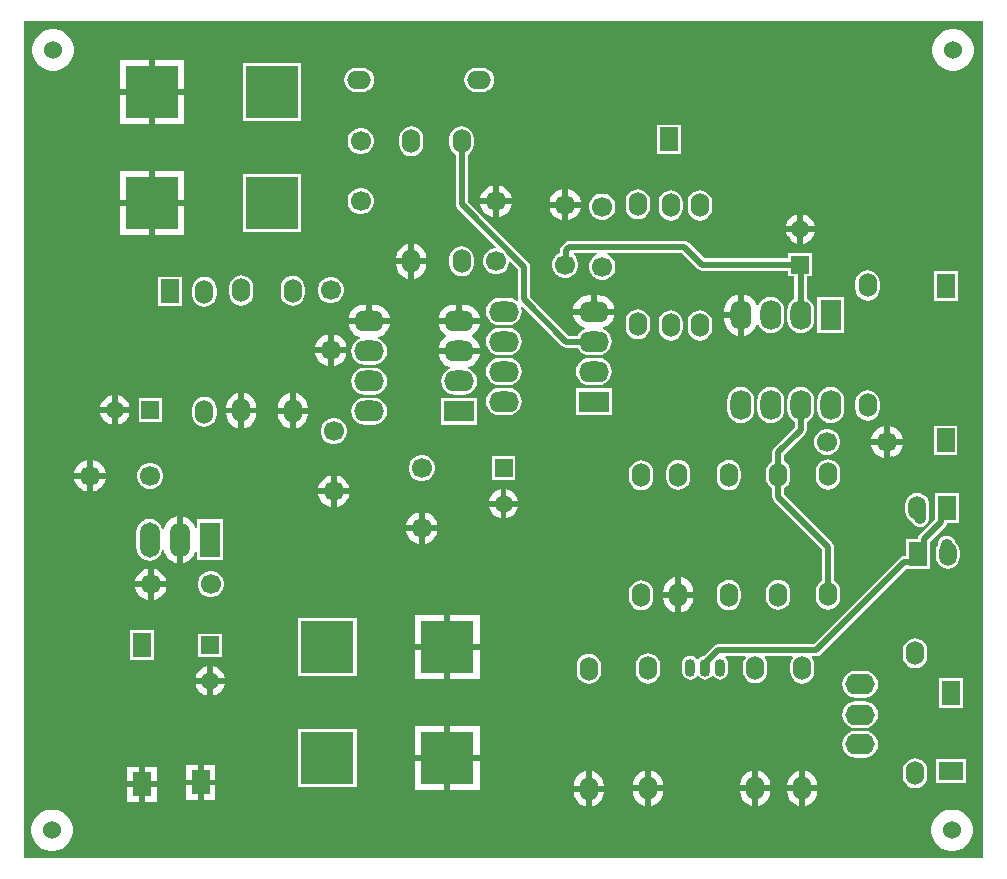
<source format=gbl>
G04*
G04 #@! TF.GenerationSoftware,Altium Limited,Altium Designer,22.3.1 (43)*
G04*
G04 Layer_Physical_Order=2*
G04 Layer_Color=16711680*
%FSLAX25Y25*%
%MOIN*%
G70*
G04*
G04 #@! TF.SameCoordinates,DB5E6BC5-2FB0-485C-ACA0-6941E67FB07D*
G04*
G04*
G04 #@! TF.FilePolarity,Positive*
G04*
G01*
G75*
%ADD36C,0.03937*%
%ADD37C,0.01980*%
%ADD38C,0.01968*%
%ADD39O,0.06000X0.08000*%
%ADD40R,0.05906X0.07874*%
%ADD41O,0.05906X0.07874*%
%ADD42R,0.07874X0.05906*%
%ADD43R,0.05906X0.05906*%
%ADD44C,0.05906*%
%ADD45C,0.06693*%
%ADD46O,0.08000X0.06000*%
%ADD47O,0.10000X0.07000*%
%ADD48R,0.10000X0.07000*%
%ADD49O,0.09843X0.06890*%
%ADD50O,0.07000X0.10000*%
%ADD51R,0.07000X0.10000*%
%ADD52R,0.05906X0.05906*%
%ADD53O,0.03543X0.05906*%
%ADD54R,0.17500X0.17500*%
%ADD55R,0.06693X0.11811*%
%ADD56O,0.06693X0.11811*%
%ADD57C,0.06000*%
%ADD58C,0.03150*%
%ADD59C,0.05000*%
G36*
X319980Y50591D02*
X295D01*
Y329626D01*
X319980D01*
Y50591D01*
D02*
G37*
%LPC*%
G36*
X310680Y326905D02*
X309320D01*
X307986Y326640D01*
X306729Y326120D01*
X305598Y325364D01*
X304636Y324402D01*
X303880Y323271D01*
X303360Y322014D01*
X303095Y320680D01*
Y319320D01*
X303360Y317986D01*
X303880Y316729D01*
X304636Y315598D01*
X305598Y314636D01*
X306729Y313880D01*
X307986Y313360D01*
X309320Y313094D01*
X310680D01*
X312014Y313360D01*
X313271Y313880D01*
X314402Y314636D01*
X315364Y315598D01*
X316120Y316729D01*
X316640Y317986D01*
X316905Y319320D01*
Y320680D01*
X316640Y322014D01*
X316120Y323271D01*
X315364Y324402D01*
X314402Y325364D01*
X313271Y326120D01*
X312014Y326640D01*
X310680Y326905D01*
D02*
G37*
G36*
X10680D02*
X9320D01*
X7986Y326640D01*
X6729Y326120D01*
X5598Y325364D01*
X4636Y324402D01*
X3880Y323271D01*
X3360Y322014D01*
X3094Y320680D01*
Y319320D01*
X3360Y317986D01*
X3880Y316729D01*
X4636Y315598D01*
X5598Y314636D01*
X6729Y313880D01*
X7986Y313360D01*
X9320Y313094D01*
X10680D01*
X12014Y313360D01*
X13271Y313880D01*
X14402Y314636D01*
X15364Y315598D01*
X16120Y316729D01*
X16640Y317986D01*
X16905Y319320D01*
Y320680D01*
X16640Y322014D01*
X16120Y323271D01*
X15364Y324402D01*
X14402Y325364D01*
X13271Y326120D01*
X12014Y326640D01*
X10680Y326905D01*
D02*
G37*
G36*
X53719Y316719D02*
X43984D01*
Y306984D01*
X53719D01*
Y316719D01*
D02*
G37*
G36*
X42016D02*
X32282D01*
Y306984D01*
X42016D01*
Y316719D01*
D02*
G37*
G36*
X153087Y313976D02*
X151087D01*
X150042Y313838D01*
X149069Y313435D01*
X148234Y312794D01*
X147593Y311958D01*
X147190Y310985D01*
X147052Y309941D01*
X147190Y308897D01*
X147593Y307924D01*
X148234Y307088D01*
X149069Y306447D01*
X150042Y306044D01*
X151087Y305906D01*
X153087D01*
X154131Y306044D01*
X155104Y306447D01*
X155939Y307088D01*
X156581Y307924D01*
X156984Y308897D01*
X157121Y309941D01*
X156984Y310985D01*
X156581Y311958D01*
X155939Y312794D01*
X155104Y313435D01*
X154131Y313838D01*
X153087Y313976D01*
D02*
G37*
G36*
X113087D02*
X111087D01*
X110042Y313838D01*
X109069Y313435D01*
X108234Y312794D01*
X107593Y311958D01*
X107190Y310985D01*
X107052Y309941D01*
X107190Y308897D01*
X107593Y307924D01*
X108234Y307088D01*
X109069Y306447D01*
X110042Y306044D01*
X111087Y305906D01*
X113087D01*
X114131Y306044D01*
X115104Y306447D01*
X115939Y307088D01*
X116581Y307924D01*
X116984Y308897D01*
X117121Y309941D01*
X116984Y310985D01*
X116581Y311958D01*
X115939Y312794D01*
X115104Y313435D01*
X114131Y313838D01*
X113087Y313976D01*
D02*
G37*
G36*
X92750Y315750D02*
X73250D01*
Y296250D01*
X92750D01*
Y315750D01*
D02*
G37*
G36*
X53719Y305016D02*
X43984D01*
Y295282D01*
X53719D01*
Y305016D01*
D02*
G37*
G36*
X42016D02*
X32282D01*
Y295282D01*
X42016D01*
Y305016D01*
D02*
G37*
G36*
X219198Y295085D02*
X211293D01*
Y285211D01*
X219198D01*
Y295085D01*
D02*
G37*
G36*
X113072Y293847D02*
X111928D01*
X110822Y293550D01*
X109831Y292978D01*
X109022Y292169D01*
X108450Y291178D01*
X108153Y290072D01*
Y288928D01*
X108450Y287822D01*
X109022Y286831D01*
X109831Y286022D01*
X110822Y285450D01*
X111928Y285154D01*
X113072D01*
X114178Y285450D01*
X115169Y286022D01*
X115978Y286831D01*
X116550Y287822D01*
X116847Y288928D01*
Y290072D01*
X116550Y291178D01*
X115978Y292169D01*
X115169Y292978D01*
X114178Y293550D01*
X113072Y293847D01*
D02*
G37*
G36*
X129429Y294523D02*
X128385Y294385D01*
X127412Y293982D01*
X126576Y293341D01*
X125935Y292506D01*
X125532Y291532D01*
X125395Y290488D01*
Y288488D01*
X125532Y287444D01*
X125935Y286471D01*
X126576Y285635D01*
X127412Y284994D01*
X128385Y284591D01*
X129429Y284454D01*
X130473Y284591D01*
X131446Y284994D01*
X132282Y285635D01*
X132923Y286471D01*
X133326Y287444D01*
X133464Y288488D01*
Y290488D01*
X133326Y291532D01*
X132923Y292506D01*
X132282Y293341D01*
X131446Y293982D01*
X130473Y294385D01*
X129429Y294523D01*
D02*
G37*
G36*
X158661Y274747D02*
Y270492D01*
X162916D01*
X162630Y271559D01*
X161930Y272771D01*
X160941Y273761D01*
X159729Y274461D01*
X158661Y274747D01*
D02*
G37*
G36*
X156693Y274747D02*
X155626Y274461D01*
X154414Y273761D01*
X153424Y272771D01*
X152724Y271559D01*
X152438Y270492D01*
X156693D01*
Y274747D01*
D02*
G37*
G36*
X53719Y279718D02*
X43984D01*
Y269984D01*
X53719D01*
Y279718D01*
D02*
G37*
G36*
X42016D02*
X32282D01*
Y269984D01*
X42016D01*
Y279718D01*
D02*
G37*
G36*
X181693Y273664D02*
Y269409D01*
X185947D01*
X185661Y270477D01*
X184962Y271689D01*
X183972Y272678D01*
X182760Y273378D01*
X181693Y273664D01*
D02*
G37*
G36*
X179724D02*
X178657Y273378D01*
X177445Y272678D01*
X176456Y271689D01*
X175756Y270477D01*
X175470Y269409D01*
X179724D01*
Y273664D01*
D02*
G37*
G36*
X113072Y273847D02*
X111928D01*
X110822Y273550D01*
X109831Y272978D01*
X109022Y272169D01*
X108450Y271178D01*
X108153Y270072D01*
Y268928D01*
X108450Y267822D01*
X109022Y266831D01*
X109831Y266022D01*
X110822Y265450D01*
X111928Y265154D01*
X113072D01*
X114178Y265450D01*
X115169Y266022D01*
X115978Y266831D01*
X116550Y267822D01*
X116847Y268928D01*
Y270072D01*
X116550Y271178D01*
X115978Y272169D01*
X115169Y272978D01*
X114178Y273550D01*
X113072Y273847D01*
D02*
G37*
G36*
X156693Y268524D02*
X152438D01*
X152724Y267456D01*
X153424Y266244D01*
X154414Y265255D01*
X155626Y264555D01*
X156693Y264269D01*
Y268524D01*
D02*
G37*
G36*
X162916D02*
X158661D01*
Y264269D01*
X159729Y264555D01*
X160941Y265255D01*
X161930Y266244D01*
X162630Y267456D01*
X162916Y268524D01*
D02*
G37*
G36*
X204921Y273558D02*
X203877Y273421D01*
X202904Y273018D01*
X202068Y272376D01*
X201427Y271541D01*
X201024Y270568D01*
X200887Y269524D01*
Y267524D01*
X201024Y266479D01*
X201427Y265506D01*
X202068Y264671D01*
X202904Y264030D01*
X203877Y263627D01*
X204921Y263489D01*
X205965Y263627D01*
X206939Y264030D01*
X207774Y264671D01*
X208415Y265506D01*
X208818Y266479D01*
X208956Y267524D01*
Y269524D01*
X208818Y270568D01*
X208415Y271541D01*
X207774Y272376D01*
X206939Y273018D01*
X205965Y273421D01*
X204921Y273558D01*
D02*
G37*
G36*
X193683Y272083D02*
X192538D01*
X191433Y271786D01*
X190442Y271214D01*
X189632Y270405D01*
X189060Y269414D01*
X188764Y268308D01*
Y267164D01*
X189060Y266059D01*
X189632Y265067D01*
X190442Y264258D01*
X191433Y263686D01*
X192538Y263390D01*
X193683D01*
X194788Y263686D01*
X195779Y264258D01*
X196588Y265067D01*
X197160Y266059D01*
X197457Y267164D01*
Y268308D01*
X197160Y269414D01*
X196588Y270405D01*
X195779Y271214D01*
X194788Y271786D01*
X193683Y272083D01*
D02*
G37*
G36*
X185947Y267441D02*
X181693D01*
Y263187D01*
X182760Y263473D01*
X183972Y264172D01*
X184962Y265162D01*
X185661Y266374D01*
X185947Y267441D01*
D02*
G37*
G36*
X179724D02*
X175470D01*
X175756Y266374D01*
X176456Y265162D01*
X177445Y264172D01*
X178657Y263473D01*
X179724Y263187D01*
Y267441D01*
D02*
G37*
G36*
X225590Y273164D02*
X224546Y273027D01*
X223573Y272624D01*
X222738Y271983D01*
X222096Y271147D01*
X221693Y270174D01*
X221556Y269130D01*
Y267130D01*
X221693Y266086D01*
X222096Y265113D01*
X222738Y264277D01*
X223573Y263636D01*
X224546Y263233D01*
X225590Y263095D01*
X226635Y263233D01*
X227608Y263636D01*
X228443Y264277D01*
X229084Y265113D01*
X229488Y266086D01*
X229625Y267130D01*
Y269130D01*
X229488Y270174D01*
X229084Y271147D01*
X228443Y271983D01*
X227608Y272624D01*
X226635Y273027D01*
X225590Y273164D01*
D02*
G37*
G36*
X215846D02*
X214802Y273027D01*
X213829Y272624D01*
X212994Y271983D01*
X212352Y271147D01*
X211949Y270174D01*
X211812Y269130D01*
Y267130D01*
X211949Y266086D01*
X212352Y265113D01*
X212994Y264277D01*
X213829Y263636D01*
X214802Y263233D01*
X215846Y263095D01*
X216891Y263233D01*
X217864Y263636D01*
X218699Y264277D01*
X219340Y265113D01*
X219743Y266086D01*
X219881Y267130D01*
Y269130D01*
X219743Y270174D01*
X219340Y271147D01*
X218699Y271983D01*
X217864Y272624D01*
X216891Y273027D01*
X215846Y273164D01*
D02*
G37*
G36*
X260039Y265067D02*
Y261221D01*
X263886D01*
X263641Y262136D01*
X262993Y263258D01*
X262077Y264174D01*
X260955Y264822D01*
X260039Y265067D01*
D02*
G37*
G36*
X258071Y265067D02*
X257156Y264822D01*
X256033Y264174D01*
X255117Y263258D01*
X254469Y262136D01*
X254224Y261221D01*
X258071D01*
Y265067D01*
D02*
G37*
G36*
X92750Y278750D02*
X73250D01*
Y259250D01*
X92750D01*
Y278750D01*
D02*
G37*
G36*
X53719Y268016D02*
X43984D01*
Y258281D01*
X53719D01*
Y268016D01*
D02*
G37*
G36*
X42016D02*
X32282D01*
Y258281D01*
X42016D01*
Y268016D01*
D02*
G37*
G36*
X263886Y259252D02*
X260039D01*
Y255405D01*
X260955Y255650D01*
X262077Y256298D01*
X262993Y257214D01*
X263641Y258337D01*
X263886Y259252D01*
D02*
G37*
G36*
X258071D02*
X254224D01*
X254469Y258337D01*
X255117Y257214D01*
X256033Y256298D01*
X257156Y255650D01*
X258071Y255405D01*
Y259252D01*
D02*
G37*
G36*
X130413Y255370D02*
Y250472D01*
X134441D01*
Y250488D01*
X134270Y251785D01*
X133769Y252994D01*
X132973Y254032D01*
X131935Y254828D01*
X130726Y255329D01*
X130413Y255370D01*
D02*
G37*
G36*
X128445D02*
X128132Y255329D01*
X126923Y254828D01*
X125886Y254032D01*
X125089Y252994D01*
X124589Y251785D01*
X124418Y250488D01*
Y250472D01*
X128445D01*
Y255370D01*
D02*
G37*
G36*
X146161Y254523D02*
X145117Y254385D01*
X144144Y253982D01*
X143309Y253341D01*
X142667Y252505D01*
X142264Y251532D01*
X142127Y250488D01*
Y248488D01*
X142264Y247444D01*
X142667Y246471D01*
X143309Y245635D01*
X144144Y244994D01*
X145117Y244591D01*
X146161Y244454D01*
X147206Y244591D01*
X148179Y244994D01*
X149014Y245635D01*
X149655Y246471D01*
X150058Y247444D01*
X150196Y248488D01*
Y250488D01*
X150058Y251532D01*
X149655Y252505D01*
X149014Y253341D01*
X148179Y253982D01*
X147206Y254385D01*
X146161Y254523D01*
D02*
G37*
G36*
X134441Y248504D02*
X130413D01*
Y243606D01*
X130726Y243648D01*
X131935Y244148D01*
X132973Y244945D01*
X133769Y245983D01*
X134270Y247191D01*
X134441Y248488D01*
Y248504D01*
D02*
G37*
G36*
X128445D02*
X124418D01*
Y248488D01*
X124589Y247191D01*
X125089Y245983D01*
X125886Y244945D01*
X126923Y244148D01*
X128132Y243648D01*
X128445Y243606D01*
Y248504D01*
D02*
G37*
G36*
X281496Y246491D02*
X280452Y246354D01*
X279479Y245951D01*
X278643Y245309D01*
X278002Y244474D01*
X277599Y243501D01*
X277462Y242457D01*
Y240457D01*
X277599Y239412D01*
X278002Y238439D01*
X278643Y237604D01*
X279479Y236963D01*
X280452Y236560D01*
X281496Y236422D01*
X282540Y236560D01*
X283513Y236963D01*
X284349Y237604D01*
X284990Y238439D01*
X285393Y239412D01*
X285531Y240457D01*
Y242457D01*
X285393Y243501D01*
X284990Y244474D01*
X284349Y245309D01*
X283513Y245951D01*
X282540Y246354D01*
X281496Y246491D01*
D02*
G37*
G36*
X311608Y246239D02*
X303703D01*
Y236365D01*
X311608D01*
Y246239D01*
D02*
G37*
G36*
X146161Y294523D02*
X145117Y294385D01*
X144144Y293982D01*
X143309Y293341D01*
X142667Y292506D01*
X142264Y291532D01*
X142127Y290488D01*
Y288488D01*
X142264Y287444D01*
X142667Y286471D01*
X143309Y285635D01*
X144138Y284999D01*
Y268562D01*
X144292Y267788D01*
X144731Y267132D01*
X157546Y254316D01*
X157355Y253854D01*
X157105D01*
X156000Y253558D01*
X155008Y252986D01*
X154199Y252177D01*
X153627Y251185D01*
X153331Y250080D01*
Y248936D01*
X153627Y247830D01*
X154199Y246839D01*
X155008Y246030D01*
X156000Y245458D01*
X157105Y245161D01*
X158249D01*
X159355Y245458D01*
X160346Y246030D01*
X161155Y246839D01*
X161727Y247830D01*
X162024Y248936D01*
Y249186D01*
X162486Y249377D01*
X164944Y246918D01*
Y236871D01*
X165013Y236524D01*
X164560Y236242D01*
X164006Y236667D01*
X162911Y237120D01*
X161736Y237275D01*
X158736D01*
X157562Y237120D01*
X156467Y236667D01*
X155527Y235946D01*
X154806Y235006D01*
X154352Y233911D01*
X154197Y232736D01*
X154352Y231561D01*
X154806Y230467D01*
X155527Y229527D01*
X156467Y228805D01*
X157562Y228352D01*
X158736Y228197D01*
X161736D01*
X162911Y228352D01*
X164006Y228805D01*
X164946Y229527D01*
X165667Y230467D01*
X166120Y231561D01*
X166275Y232736D01*
X166120Y233911D01*
X165951Y234319D01*
X166375Y234602D01*
X179672Y221306D01*
X180328Y220867D01*
X181102Y220713D01*
X184704D01*
X184806Y220467D01*
X185527Y219527D01*
X186467Y218806D01*
X187562Y218352D01*
X188736Y218197D01*
X191736D01*
X192911Y218352D01*
X194006Y218806D01*
X194946Y219527D01*
X195667Y220467D01*
X196120Y221562D01*
X196275Y222736D01*
X196120Y223911D01*
X195667Y225006D01*
X194946Y225946D01*
X194006Y226667D01*
X193331Y226946D01*
X193343Y227483D01*
X194494Y227959D01*
X195636Y228836D01*
X196513Y229978D01*
X197064Y231309D01*
X197122Y231752D01*
X190236D01*
X183350D01*
X183408Y231309D01*
X183959Y229978D01*
X184836Y228836D01*
X185978Y227959D01*
X187129Y227483D01*
X187142Y226946D01*
X186467Y226667D01*
X185527Y225946D01*
X184806Y225006D01*
X184704Y224759D01*
X181940D01*
X168991Y237709D01*
Y247756D01*
X168837Y248531D01*
X168398Y249187D01*
X148185Y269400D01*
Y284999D01*
X149014Y285635D01*
X149655Y286471D01*
X150058Y287444D01*
X150196Y288488D01*
Y290488D01*
X150058Y291532D01*
X149655Y292506D01*
X149014Y293341D01*
X148179Y293982D01*
X147206Y294385D01*
X146161Y294523D01*
D02*
G37*
G36*
X103131Y244209D02*
X101987D01*
X100881Y243912D01*
X99890Y243340D01*
X99081Y242531D01*
X98509Y241540D01*
X98213Y240434D01*
Y239290D01*
X98509Y238184D01*
X99081Y237193D01*
X99890Y236384D01*
X100881Y235812D01*
X101987Y235516D01*
X103131D01*
X104237Y235812D01*
X105228Y236384D01*
X106037Y237193D01*
X106609Y238184D01*
X106905Y239290D01*
Y240434D01*
X106609Y241540D01*
X106037Y242531D01*
X105228Y243340D01*
X104237Y243912D01*
X103131Y244209D01*
D02*
G37*
G36*
X72736Y244818D02*
X71692Y244681D01*
X70719Y244278D01*
X69883Y243636D01*
X69242Y242801D01*
X68839Y241828D01*
X68702Y240784D01*
Y238784D01*
X68839Y237739D01*
X69242Y236766D01*
X69883Y235931D01*
X70719Y235290D01*
X71692Y234886D01*
X72736Y234749D01*
X73780Y234886D01*
X74753Y235290D01*
X75589Y235931D01*
X76230Y236766D01*
X76633Y237739D01*
X76771Y238784D01*
Y240784D01*
X76633Y241828D01*
X76230Y242801D01*
X75589Y243636D01*
X74753Y244278D01*
X73780Y244681D01*
X72736Y244818D01*
D02*
G37*
G36*
X89862Y244720D02*
X88818Y244582D01*
X87845Y244179D01*
X87009Y243538D01*
X86368Y242702D01*
X85965Y241729D01*
X85828Y240685D01*
Y238685D01*
X85965Y237641D01*
X86368Y236668D01*
X87009Y235832D01*
X87845Y235191D01*
X88818Y234788D01*
X89862Y234650D01*
X90906Y234788D01*
X91879Y235191D01*
X92715Y235832D01*
X93356Y236668D01*
X93759Y237641D01*
X93897Y238685D01*
Y240685D01*
X93759Y241729D01*
X93356Y242702D01*
X92715Y243538D01*
X91879Y244179D01*
X90906Y244582D01*
X89862Y244720D01*
D02*
G37*
G36*
X52870Y244406D02*
X44965D01*
Y234531D01*
X52870D01*
Y244406D01*
D02*
G37*
G36*
X60433Y244424D02*
X59389Y244287D01*
X58416Y243884D01*
X57580Y243243D01*
X56939Y242407D01*
X56536Y241434D01*
X56399Y240390D01*
Y238390D01*
X56536Y237346D01*
X56939Y236372D01*
X57580Y235537D01*
X58416Y234896D01*
X59389Y234493D01*
X60433Y234355D01*
X61477Y234493D01*
X62450Y234896D01*
X63286Y235537D01*
X63927Y236372D01*
X64330Y237346D01*
X64468Y238390D01*
Y240390D01*
X64330Y241434D01*
X63927Y242407D01*
X63286Y243243D01*
X62450Y243884D01*
X61477Y244287D01*
X60433Y244424D01*
D02*
G37*
G36*
X191736Y238252D02*
X191220D01*
Y233720D01*
X197122D01*
X197064Y234164D01*
X196513Y235494D01*
X195636Y236636D01*
X194494Y237513D01*
X193164Y238064D01*
X191736Y238252D01*
D02*
G37*
G36*
X189252D02*
X188736D01*
X187309Y238064D01*
X185978Y237513D01*
X184836Y236636D01*
X183959Y235494D01*
X183408Y234164D01*
X183350Y233720D01*
X189252D01*
Y238252D01*
D02*
G37*
G36*
X238268Y238481D02*
X237824Y238422D01*
X236494Y237871D01*
X235352Y236995D01*
X234475Y235852D01*
X233924Y234522D01*
X233736Y233095D01*
Y232579D01*
X238268D01*
Y238481D01*
D02*
G37*
G36*
X146854Y235063D02*
X146339D01*
Y230532D01*
X152240D01*
X152182Y230975D01*
X151631Y232305D01*
X150754Y233447D01*
X149612Y234324D01*
X148282Y234875D01*
X146854Y235063D01*
D02*
G37*
G36*
X116854D02*
X116339D01*
Y230532D01*
X122240D01*
X122182Y230975D01*
X121631Y232305D01*
X120755Y233447D01*
X119612Y234324D01*
X118282Y234875D01*
X116854Y235063D01*
D02*
G37*
G36*
X144370D02*
X143854D01*
X142427Y234875D01*
X141096Y234324D01*
X139954Y233447D01*
X139078Y232305D01*
X138527Y230975D01*
X138468Y230532D01*
X144370D01*
Y235063D01*
D02*
G37*
G36*
X114370D02*
X113854D01*
X112427Y234875D01*
X111097Y234324D01*
X109954Y233447D01*
X109078Y232305D01*
X108527Y230975D01*
X108468Y230532D01*
X114370D01*
Y235063D01*
D02*
G37*
G36*
X273752Y237595D02*
X264752D01*
Y225594D01*
X273752D01*
Y237595D01*
D02*
G37*
G36*
X220414Y256360D02*
X182096D01*
X181320Y256205D01*
X180661Y255766D01*
X179501Y254606D01*
X179061Y253947D01*
X178907Y253171D01*
Y252404D01*
X178040Y251903D01*
X177231Y251094D01*
X176658Y250103D01*
X176362Y248997D01*
Y247853D01*
X176658Y246747D01*
X177231Y245756D01*
X178040Y244947D01*
X179031Y244375D01*
X180136Y244079D01*
X181281D01*
X182386Y244375D01*
X183378Y244947D01*
X184187Y245756D01*
X184759Y246747D01*
X185055Y247853D01*
Y248997D01*
X184759Y250103D01*
X184187Y251094D01*
X183479Y251802D01*
X183601Y252225D01*
X183654Y252302D01*
X191423D01*
X191489Y251802D01*
X191433Y251786D01*
X190442Y251214D01*
X189632Y250405D01*
X189060Y249414D01*
X188764Y248308D01*
Y247164D01*
X189060Y246059D01*
X189632Y245067D01*
X190442Y244258D01*
X191433Y243686D01*
X192538Y243390D01*
X193683D01*
X194788Y243686D01*
X195779Y244258D01*
X196588Y245067D01*
X197160Y246059D01*
X197457Y247164D01*
Y248308D01*
X197160Y249414D01*
X196588Y250405D01*
X195779Y251214D01*
X194788Y251786D01*
X194732Y251802D01*
X194797Y252302D01*
X219574D01*
X224885Y246990D01*
X225543Y246550D01*
X226320Y246396D01*
X255102D01*
Y244472D01*
X257124D01*
Y237084D01*
X256982Y237025D01*
X256043Y236304D01*
X255321Y235364D01*
X254868Y234269D01*
X254713Y233095D01*
Y230095D01*
X254868Y228920D01*
X255321Y227825D01*
X256043Y226885D01*
X256982Y226164D01*
X258077Y225710D01*
X259252Y225556D01*
X260427Y225710D01*
X261521Y226164D01*
X262461Y226885D01*
X263183Y227825D01*
X263636Y228920D01*
X263791Y230095D01*
Y233095D01*
X263636Y234269D01*
X263183Y235364D01*
X262461Y236304D01*
X261521Y237025D01*
X261183Y237165D01*
Y244472D01*
X263008D01*
Y252378D01*
X255102D01*
Y250454D01*
X227160D01*
X221849Y255766D01*
X221191Y256205D01*
X220414Y256360D01*
D02*
G37*
G36*
X240236Y238481D02*
Y231594D01*
Y224708D01*
X240680Y224767D01*
X242010Y225318D01*
X243152Y226194D01*
X244029Y227337D01*
X244506Y228488D01*
X245042Y228500D01*
X245321Y227825D01*
X246042Y226885D01*
X246983Y226164D01*
X248077Y225710D01*
X249252Y225556D01*
X250427Y225710D01*
X251521Y226164D01*
X252461Y226885D01*
X253183Y227825D01*
X253636Y228920D01*
X253791Y230095D01*
Y233095D01*
X253636Y234269D01*
X253183Y235364D01*
X252461Y236304D01*
X251521Y237025D01*
X250427Y237479D01*
X249252Y237633D01*
X248077Y237479D01*
X246983Y237025D01*
X246042Y236304D01*
X245321Y235364D01*
X245042Y234689D01*
X244506Y234701D01*
X244029Y235852D01*
X243152Y236995D01*
X242010Y237871D01*
X240680Y238422D01*
X240236Y238481D01*
D02*
G37*
G36*
X238268Y230610D02*
X233736D01*
Y230095D01*
X233924Y228667D01*
X234475Y227337D01*
X235352Y226194D01*
X236494Y225318D01*
X237824Y224767D01*
X238268Y224708D01*
Y230610D01*
D02*
G37*
G36*
X204921Y233558D02*
X203877Y233421D01*
X202904Y233018D01*
X202068Y232377D01*
X201427Y231541D01*
X201024Y230568D01*
X200887Y229524D01*
Y227524D01*
X201024Y226479D01*
X201427Y225506D01*
X202068Y224671D01*
X202904Y224030D01*
X203877Y223627D01*
X204921Y223489D01*
X205965Y223627D01*
X206939Y224030D01*
X207774Y224671D01*
X208415Y225506D01*
X208818Y226479D01*
X208956Y227524D01*
Y229524D01*
X208818Y230568D01*
X208415Y231541D01*
X207774Y232377D01*
X206939Y233018D01*
X205965Y233421D01*
X204921Y233558D01*
D02*
G37*
G36*
X225590Y233164D02*
X224546Y233027D01*
X223573Y232624D01*
X222738Y231983D01*
X222096Y231147D01*
X221693Y230174D01*
X221556Y229130D01*
Y227130D01*
X221693Y226086D01*
X222096Y225113D01*
X222738Y224277D01*
X223573Y223636D01*
X224546Y223233D01*
X225590Y223095D01*
X226635Y223233D01*
X227608Y223636D01*
X228443Y224277D01*
X229084Y225113D01*
X229488Y226086D01*
X229625Y227130D01*
Y229130D01*
X229488Y230174D01*
X229084Y231147D01*
X228443Y231983D01*
X227608Y232624D01*
X226635Y233027D01*
X225590Y233164D01*
D02*
G37*
G36*
X215846D02*
X214802Y233027D01*
X213829Y232624D01*
X212994Y231983D01*
X212352Y231147D01*
X211949Y230174D01*
X211812Y229130D01*
Y227130D01*
X211949Y226086D01*
X212352Y225113D01*
X212994Y224277D01*
X213829Y223636D01*
X214802Y223233D01*
X215846Y223095D01*
X216891Y223233D01*
X217864Y223636D01*
X218699Y224277D01*
X219340Y225113D01*
X219743Y226086D01*
X219881Y227130D01*
Y229130D01*
X219743Y230174D01*
X219340Y231147D01*
X218699Y231983D01*
X217864Y232624D01*
X216891Y233027D01*
X215846Y233164D01*
D02*
G37*
G36*
X103543Y225101D02*
Y220847D01*
X107798D01*
X107512Y221914D01*
X106812Y223126D01*
X105823Y224115D01*
X104611Y224815D01*
X103543Y225101D01*
D02*
G37*
G36*
X101575D02*
X100508Y224815D01*
X99296Y224115D01*
X98306Y223126D01*
X97606Y221914D01*
X97320Y220847D01*
X101575D01*
Y225101D01*
D02*
G37*
G36*
X152240Y228563D02*
X145354D01*
X138468D01*
X138527Y228120D01*
X139078Y226789D01*
X139954Y225647D01*
X141016Y224832D01*
X141061Y224547D01*
X141016Y224262D01*
X139954Y223447D01*
X139078Y222305D01*
X138527Y220975D01*
X138468Y220532D01*
X145354D01*
X152240D01*
X152182Y220975D01*
X151631Y222305D01*
X150754Y223447D01*
X149692Y224262D01*
X149647Y224547D01*
X149692Y224832D01*
X150754Y225647D01*
X151631Y226789D01*
X152182Y228120D01*
X152240Y228563D01*
D02*
G37*
G36*
X161736Y227275D02*
X158736D01*
X157562Y227120D01*
X156467Y226667D01*
X155527Y225946D01*
X154806Y225006D01*
X154352Y223911D01*
X154197Y222736D01*
X154352Y221562D01*
X154806Y220467D01*
X155527Y219527D01*
X156467Y218806D01*
X157562Y218352D01*
X158736Y218197D01*
X161736D01*
X162911Y218352D01*
X164006Y218806D01*
X164946Y219527D01*
X165667Y220467D01*
X166120Y221562D01*
X166275Y222736D01*
X166120Y223911D01*
X165667Y225006D01*
X164946Y225946D01*
X164006Y226667D01*
X162911Y227120D01*
X161736Y227275D01*
D02*
G37*
G36*
X122240Y228563D02*
X115354D01*
X108468D01*
X108527Y228120D01*
X109078Y226789D01*
X109954Y225647D01*
X111097Y224770D01*
X112248Y224294D01*
X112260Y223758D01*
X111585Y223478D01*
X110645Y222757D01*
X109924Y221817D01*
X109470Y220722D01*
X109316Y219547D01*
X109470Y218373D01*
X109924Y217278D01*
X110645Y216338D01*
X111585Y215616D01*
X112680Y215163D01*
X113854Y215008D01*
X116854D01*
X118029Y215163D01*
X119124Y215616D01*
X120064Y216338D01*
X120785Y217278D01*
X121239Y218373D01*
X121393Y219547D01*
X121239Y220722D01*
X120785Y221817D01*
X120064Y222757D01*
X119124Y223478D01*
X118449Y223758D01*
X118461Y224294D01*
X119612Y224770D01*
X120755Y225647D01*
X121631Y226789D01*
X122182Y228120D01*
X122240Y228563D01*
D02*
G37*
G36*
X107798Y218878D02*
X103543D01*
Y214623D01*
X104611Y214910D01*
X105823Y215609D01*
X106812Y216599D01*
X107512Y217811D01*
X107798Y218878D01*
D02*
G37*
G36*
X101575D02*
X97320D01*
X97606Y217811D01*
X98306Y216599D01*
X99296Y215609D01*
X100508Y214910D01*
X101575Y214623D01*
Y218878D01*
D02*
G37*
G36*
X191736Y217275D02*
X188736D01*
X187562Y217120D01*
X186467Y216667D01*
X185527Y215946D01*
X184806Y215006D01*
X184352Y213911D01*
X184197Y212736D01*
X184352Y211561D01*
X184806Y210467D01*
X185527Y209527D01*
X186467Y208805D01*
X187562Y208352D01*
X188736Y208197D01*
X191736D01*
X192911Y208352D01*
X194006Y208805D01*
X194946Y209527D01*
X195667Y210467D01*
X196120Y211561D01*
X196275Y212736D01*
X196120Y213911D01*
X195667Y215006D01*
X194946Y215946D01*
X194006Y216667D01*
X192911Y217120D01*
X191736Y217275D01*
D02*
G37*
G36*
X161736D02*
X158736D01*
X157562Y217120D01*
X156467Y216667D01*
X155527Y215946D01*
X154806Y215006D01*
X154352Y213911D01*
X154197Y212736D01*
X154352Y211561D01*
X154806Y210467D01*
X155527Y209527D01*
X156467Y208805D01*
X157562Y208352D01*
X158736Y208197D01*
X161736D01*
X162911Y208352D01*
X164006Y208805D01*
X164946Y209527D01*
X165667Y210467D01*
X166120Y211561D01*
X166275Y212736D01*
X166120Y213911D01*
X165667Y215006D01*
X164946Y215946D01*
X164006Y216667D01*
X162911Y217120D01*
X161736Y217275D01*
D02*
G37*
G36*
X152240Y218563D02*
X145354D01*
X138468D01*
X138527Y218120D01*
X139078Y216789D01*
X139954Y215647D01*
X141096Y214771D01*
X142248Y214294D01*
X142260Y213757D01*
X141585Y213478D01*
X140645Y212757D01*
X139924Y211817D01*
X139470Y210722D01*
X139315Y209547D01*
X139470Y208372D01*
X139924Y207278D01*
X140645Y206338D01*
X141585Y205616D01*
X142680Y205163D01*
X143854Y205008D01*
X146854D01*
X148029Y205163D01*
X149124Y205616D01*
X150064Y206338D01*
X150785Y207278D01*
X151239Y208372D01*
X151393Y209547D01*
X151239Y210722D01*
X150785Y211817D01*
X150064Y212757D01*
X149124Y213478D01*
X148449Y213757D01*
X148461Y214294D01*
X149612Y214771D01*
X150754Y215647D01*
X151631Y216789D01*
X152182Y218120D01*
X152240Y218563D01*
D02*
G37*
G36*
X116854Y214086D02*
X113854D01*
X112680Y213931D01*
X111585Y213478D01*
X110645Y212757D01*
X109924Y211817D01*
X109470Y210722D01*
X109316Y209547D01*
X109470Y208372D01*
X109924Y207278D01*
X110645Y206338D01*
X111585Y205616D01*
X112680Y205163D01*
X113854Y205008D01*
X116854D01*
X118029Y205163D01*
X119124Y205616D01*
X120064Y206338D01*
X120785Y207278D01*
X121239Y208372D01*
X121393Y209547D01*
X121239Y210722D01*
X120785Y211817D01*
X120064Y212757D01*
X119124Y213478D01*
X118029Y213931D01*
X116854Y214086D01*
D02*
G37*
G36*
X31594Y204831D02*
Y200984D01*
X35441D01*
X35196Y201900D01*
X34548Y203022D01*
X33632Y203938D01*
X32510Y204586D01*
X31594Y204831D01*
D02*
G37*
G36*
X29626D02*
X28711Y204586D01*
X27588Y203938D01*
X26672Y203022D01*
X26024Y201900D01*
X25779Y200984D01*
X29626D01*
Y204831D01*
D02*
G37*
G36*
X73721Y205665D02*
Y200768D01*
X77748D01*
Y200783D01*
X77577Y202080D01*
X77076Y203289D01*
X76280Y204327D01*
X75242Y205123D01*
X74033Y205624D01*
X73721Y205665D01*
D02*
G37*
G36*
X71752D02*
X71439Y205624D01*
X70231Y205123D01*
X69193Y204327D01*
X68396Y203289D01*
X67896Y202080D01*
X67725Y200783D01*
Y200768D01*
X71752D01*
Y205665D01*
D02*
G37*
G36*
X90847Y205567D02*
Y200669D01*
X94874D01*
Y200685D01*
X94703Y201982D01*
X94202Y203191D01*
X93406Y204229D01*
X92368Y205025D01*
X91159Y205526D01*
X90847Y205567D01*
D02*
G37*
G36*
X88878D02*
X88565Y205526D01*
X87357Y205025D01*
X86319Y204229D01*
X85522Y203191D01*
X85022Y201982D01*
X84851Y200685D01*
Y200669D01*
X88878D01*
Y205567D01*
D02*
G37*
G36*
X196236Y207236D02*
X184236D01*
Y198236D01*
X196236D01*
Y207236D01*
D02*
G37*
G36*
X161736Y207275D02*
X158736D01*
X157562Y207120D01*
X156467Y206667D01*
X155527Y205946D01*
X154806Y205006D01*
X154352Y203911D01*
X154197Y202736D01*
X154352Y201561D01*
X154806Y200467D01*
X155527Y199527D01*
X156467Y198805D01*
X157562Y198352D01*
X158736Y198197D01*
X161736D01*
X162911Y198352D01*
X164006Y198805D01*
X164946Y199527D01*
X165667Y200467D01*
X166120Y201561D01*
X166275Y202736D01*
X166120Y203911D01*
X165667Y205006D01*
X164946Y205946D01*
X164006Y206667D01*
X162911Y207120D01*
X161736Y207275D01*
D02*
G37*
G36*
X281496Y206491D02*
X280452Y206354D01*
X279479Y205951D01*
X278643Y205310D01*
X278002Y204474D01*
X277599Y203501D01*
X277462Y202457D01*
Y200457D01*
X277599Y199413D01*
X278002Y198439D01*
X278643Y197604D01*
X279479Y196963D01*
X280452Y196560D01*
X281496Y196422D01*
X282540Y196560D01*
X283513Y196963D01*
X284349Y197604D01*
X284990Y198439D01*
X285393Y199413D01*
X285531Y200457D01*
Y202457D01*
X285393Y203501D01*
X284990Y204474D01*
X284349Y205310D01*
X283513Y205951D01*
X282540Y206354D01*
X281496Y206491D01*
D02*
G37*
G36*
X46374Y203953D02*
X38469D01*
Y196047D01*
X46374D01*
Y203953D01*
D02*
G37*
G36*
X269252Y207633D02*
X268077Y207479D01*
X266983Y207025D01*
X266042Y206304D01*
X265321Y205364D01*
X264868Y204269D01*
X264713Y203095D01*
Y200095D01*
X264868Y198920D01*
X265321Y197825D01*
X266042Y196885D01*
X266983Y196164D01*
X268077Y195710D01*
X269252Y195556D01*
X270427Y195710D01*
X271521Y196164D01*
X272461Y196885D01*
X273183Y197825D01*
X273636Y198920D01*
X273791Y200095D01*
Y203095D01*
X273636Y204269D01*
X273183Y205364D01*
X272461Y206304D01*
X271521Y207025D01*
X270427Y207479D01*
X269252Y207633D01*
D02*
G37*
G36*
X249252D02*
X248077Y207479D01*
X246983Y207025D01*
X246042Y206304D01*
X245321Y205364D01*
X244868Y204269D01*
X244713Y203095D01*
Y200095D01*
X244868Y198920D01*
X245321Y197825D01*
X246042Y196885D01*
X246983Y196164D01*
X248077Y195710D01*
X249252Y195556D01*
X250427Y195710D01*
X251521Y196164D01*
X252461Y196885D01*
X253183Y197825D01*
X253636Y198920D01*
X253791Y200095D01*
Y203095D01*
X253636Y204269D01*
X253183Y205364D01*
X252461Y206304D01*
X251521Y207025D01*
X250427Y207479D01*
X249252Y207633D01*
D02*
G37*
G36*
X239252D02*
X238077Y207479D01*
X236982Y207025D01*
X236042Y206304D01*
X235321Y205364D01*
X234868Y204269D01*
X234713Y203095D01*
Y200095D01*
X234868Y198920D01*
X235321Y197825D01*
X236042Y196885D01*
X236982Y196164D01*
X238077Y195710D01*
X239252Y195556D01*
X240427Y195710D01*
X241521Y196164D01*
X242461Y196885D01*
X243183Y197825D01*
X243636Y198920D01*
X243791Y200095D01*
Y203095D01*
X243636Y204269D01*
X243183Y205364D01*
X242461Y206304D01*
X241521Y207025D01*
X240427Y207479D01*
X239252Y207633D01*
D02*
G37*
G36*
X35441Y199016D02*
X31594D01*
Y195169D01*
X32510Y195414D01*
X33632Y196062D01*
X34548Y196978D01*
X35196Y198100D01*
X35441Y199016D01*
D02*
G37*
G36*
X29626D02*
X25779D01*
X26024Y198100D01*
X26672Y196978D01*
X27588Y196062D01*
X28711Y195414D01*
X29626Y195169D01*
Y199016D01*
D02*
G37*
G36*
X151354Y204047D02*
X139354D01*
Y195047D01*
X151354D01*
Y204047D01*
D02*
G37*
G36*
X116854Y204086D02*
X113854D01*
X112680Y203931D01*
X111585Y203478D01*
X110645Y202757D01*
X109924Y201817D01*
X109470Y200722D01*
X109316Y199547D01*
X109470Y198372D01*
X109924Y197278D01*
X110645Y196338D01*
X111585Y195616D01*
X112680Y195163D01*
X113854Y195008D01*
X116854D01*
X118029Y195163D01*
X119124Y195616D01*
X120064Y196338D01*
X120785Y197278D01*
X121239Y198372D01*
X121393Y199547D01*
X121239Y200722D01*
X120785Y201817D01*
X120064Y202757D01*
X119124Y203478D01*
X118029Y203931D01*
X116854Y204086D01*
D02*
G37*
G36*
X60433Y204424D02*
X59389Y204287D01*
X58416Y203884D01*
X57580Y203243D01*
X56939Y202407D01*
X56536Y201434D01*
X56399Y200390D01*
Y198390D01*
X56536Y197346D01*
X56939Y196372D01*
X57580Y195537D01*
X58416Y194896D01*
X59389Y194493D01*
X60433Y194355D01*
X61477Y194493D01*
X62450Y194896D01*
X63286Y195537D01*
X63927Y196372D01*
X64330Y197346D01*
X64468Y198390D01*
Y200390D01*
X64330Y201434D01*
X63927Y202407D01*
X63286Y203243D01*
X62450Y203884D01*
X61477Y204287D01*
X60433Y204424D01*
D02*
G37*
G36*
X77748Y198799D02*
X73721D01*
Y193902D01*
X74033Y193943D01*
X75242Y194444D01*
X76280Y195240D01*
X77076Y196278D01*
X77577Y197486D01*
X77748Y198784D01*
Y198799D01*
D02*
G37*
G36*
X71752D02*
X67725D01*
Y198784D01*
X67896Y197486D01*
X68396Y196278D01*
X69193Y195240D01*
X70231Y194444D01*
X71439Y193943D01*
X71752Y193902D01*
Y198799D01*
D02*
G37*
G36*
X94874Y198701D02*
X90847D01*
Y193803D01*
X91159Y193844D01*
X92368Y194345D01*
X93406Y195141D01*
X94202Y196179D01*
X94703Y197388D01*
X94874Y198685D01*
Y198701D01*
D02*
G37*
G36*
X88878D02*
X84851D01*
Y198685D01*
X85022Y197388D01*
X85522Y196179D01*
X86319Y195141D01*
X87357Y194345D01*
X88565Y193844D01*
X88878Y193803D01*
Y198701D01*
D02*
G37*
G36*
X288976Y194510D02*
Y190256D01*
X293231D01*
X292945Y191323D01*
X292245Y192535D01*
X291256Y193525D01*
X290044Y194224D01*
X288976Y194510D01*
D02*
G37*
G36*
X287008D02*
X285941Y194224D01*
X284729Y193525D01*
X283739Y192535D01*
X283039Y191323D01*
X282753Y190256D01*
X287008D01*
Y194510D01*
D02*
G37*
G36*
X104115Y197181D02*
X102971D01*
X101866Y196885D01*
X100874Y196313D01*
X100065Y195503D01*
X99493Y194512D01*
X99197Y193407D01*
Y192262D01*
X99493Y191157D01*
X100065Y190166D01*
X100874Y189357D01*
X101866Y188784D01*
X102971Y188488D01*
X104115D01*
X105221Y188784D01*
X106212Y189357D01*
X107021Y190166D01*
X107594Y191157D01*
X107890Y192262D01*
Y193407D01*
X107594Y194512D01*
X107021Y195503D01*
X106212Y196313D01*
X105221Y196885D01*
X104115Y197181D01*
D02*
G37*
G36*
X268564Y193618D02*
X267420D01*
X266315Y193322D01*
X265323Y192750D01*
X264514Y191940D01*
X263942Y190949D01*
X263646Y189844D01*
Y188699D01*
X263942Y187594D01*
X264514Y186603D01*
X265323Y185794D01*
X266315Y185221D01*
X267420Y184925D01*
X268564D01*
X269670Y185221D01*
X270661Y185794D01*
X271470Y186603D01*
X272042Y187594D01*
X272339Y188699D01*
Y189844D01*
X272042Y190949D01*
X271470Y191940D01*
X270661Y192750D01*
X269670Y193322D01*
X268564Y193618D01*
D02*
G37*
G36*
X311446Y194747D02*
X303541D01*
Y184873D01*
X311446D01*
Y194747D01*
D02*
G37*
G36*
X293231Y188287D02*
X288976D01*
Y184033D01*
X290044Y184319D01*
X291256Y185019D01*
X292245Y186008D01*
X292945Y187220D01*
X293231Y188287D01*
D02*
G37*
G36*
X287008D02*
X282753D01*
X283039Y187220D01*
X283739Y186008D01*
X284729Y185019D01*
X285941Y184319D01*
X287008Y184033D01*
Y188287D01*
D02*
G37*
G36*
X23327Y183290D02*
Y179035D01*
X27581D01*
X27295Y180103D01*
X26596Y181315D01*
X25606Y182304D01*
X24394Y183004D01*
X23327Y183290D01*
D02*
G37*
G36*
X21358D02*
X20291Y183004D01*
X19079Y182304D01*
X18090Y181315D01*
X17390Y180103D01*
X17104Y179035D01*
X21358D01*
Y183290D01*
D02*
G37*
G36*
X164091Y184465D02*
X156185D01*
Y176559D01*
X164091D01*
Y184465D01*
D02*
G37*
G36*
X133446Y184878D02*
X132302D01*
X131196Y184582D01*
X130205Y184010D01*
X129396Y183200D01*
X128824Y182209D01*
X128528Y181104D01*
Y179959D01*
X128824Y178854D01*
X129396Y177863D01*
X130205Y177053D01*
X131196Y176481D01*
X132302Y176185D01*
X133446D01*
X134552Y176481D01*
X135543Y177053D01*
X136352Y177863D01*
X136924Y178854D01*
X137221Y179959D01*
Y181104D01*
X136924Y182209D01*
X136352Y183200D01*
X135543Y184010D01*
X134552Y184582D01*
X133446Y184878D01*
D02*
G37*
G36*
X104528Y178073D02*
Y173819D01*
X108782D01*
X108496Y174886D01*
X107796Y176098D01*
X106807Y177088D01*
X105595Y177787D01*
X104528Y178073D01*
D02*
G37*
G36*
X102559Y178073D02*
X101492Y177787D01*
X100280Y177088D01*
X99290Y176098D01*
X98591Y174886D01*
X98305Y173819D01*
X102559D01*
Y178073D01*
D02*
G37*
G36*
X42915Y182398D02*
X41770D01*
X40665Y182101D01*
X39674Y181529D01*
X38864Y180720D01*
X38292Y179729D01*
X37996Y178623D01*
Y177479D01*
X38292Y176374D01*
X38864Y175382D01*
X39674Y174573D01*
X40665Y174001D01*
X41770Y173705D01*
X42915D01*
X44020Y174001D01*
X45011Y174573D01*
X45821Y175382D01*
X46393Y176374D01*
X46689Y177479D01*
Y178623D01*
X46393Y179729D01*
X45821Y180720D01*
X45011Y181529D01*
X44020Y182101D01*
X42915Y182398D01*
D02*
G37*
G36*
X268307Y183499D02*
X267263Y183362D01*
X266290Y182959D01*
X265454Y182317D01*
X264813Y181482D01*
X264410Y180509D01*
X264273Y179465D01*
Y177465D01*
X264410Y176420D01*
X264813Y175447D01*
X265454Y174612D01*
X266290Y173971D01*
X267263Y173567D01*
X268307Y173430D01*
X269351Y173567D01*
X270324Y173971D01*
X271160Y174612D01*
X271801Y175447D01*
X272204Y176420D01*
X272342Y177465D01*
Y179465D01*
X272204Y180509D01*
X271801Y181482D01*
X271160Y182317D01*
X270324Y182959D01*
X269351Y183362D01*
X268307Y183499D01*
D02*
G37*
G36*
X218406Y183401D02*
X217361Y183263D01*
X216388Y182860D01*
X215553Y182219D01*
X214912Y181383D01*
X214508Y180410D01*
X214371Y179366D01*
Y177366D01*
X214508Y176322D01*
X214912Y175349D01*
X215553Y174513D01*
X216388Y173872D01*
X217361Y173469D01*
X218406Y173332D01*
X219450Y173469D01*
X220423Y173872D01*
X221258Y174513D01*
X221900Y175349D01*
X222303Y176322D01*
X222440Y177366D01*
Y179366D01*
X222303Y180410D01*
X221900Y181383D01*
X221258Y182219D01*
X220423Y182860D01*
X219450Y183263D01*
X218406Y183401D01*
D02*
G37*
G36*
X235236Y183302D02*
X234192Y183165D01*
X233219Y182762D01*
X232383Y182121D01*
X231742Y181285D01*
X231339Y180312D01*
X231202Y179268D01*
Y177268D01*
X231339Y176224D01*
X231742Y175250D01*
X232383Y174415D01*
X233219Y173774D01*
X234192Y173371D01*
X235236Y173233D01*
X236280Y173371D01*
X237253Y173774D01*
X238089Y174415D01*
X238730Y175250D01*
X239133Y176224D01*
X239271Y177268D01*
Y179268D01*
X239133Y180312D01*
X238730Y181285D01*
X238089Y182121D01*
X237253Y182762D01*
X236280Y183165D01*
X235236Y183302D01*
D02*
G37*
G36*
X206004Y183204D02*
X204960Y183066D01*
X203987Y182663D01*
X203151Y182022D01*
X202510Y181187D01*
X202107Y180213D01*
X201969Y179169D01*
Y177169D01*
X202107Y176125D01*
X202510Y175152D01*
X203151Y174317D01*
X203987Y173675D01*
X204960Y173272D01*
X206004Y173135D01*
X207048Y173272D01*
X208021Y173675D01*
X208857Y174317D01*
X209498Y175152D01*
X209901Y176125D01*
X210038Y177169D01*
Y179169D01*
X209901Y180213D01*
X209498Y181187D01*
X208857Y182022D01*
X208021Y182663D01*
X207048Y183066D01*
X206004Y183204D01*
D02*
G37*
G36*
X27581Y177067D02*
X23327D01*
Y172812D01*
X24394Y173098D01*
X25606Y173798D01*
X26596Y174788D01*
X27295Y176000D01*
X27581Y177067D01*
D02*
G37*
G36*
X21358D02*
X17104D01*
X17390Y176000D01*
X18090Y174788D01*
X19079Y173798D01*
X20291Y173098D01*
X21358Y172812D01*
Y177067D01*
D02*
G37*
G36*
X161122Y173532D02*
Y169685D01*
X164969D01*
X164724Y170600D01*
X164076Y171722D01*
X163160Y172639D01*
X162037Y173287D01*
X161122Y173532D01*
D02*
G37*
G36*
X159153Y173532D02*
X158238Y173287D01*
X157116Y172639D01*
X156200Y171722D01*
X155552Y170600D01*
X155307Y169685D01*
X159153D01*
Y173532D01*
D02*
G37*
G36*
X108782Y171850D02*
X104528D01*
Y167596D01*
X105595Y167882D01*
X106807Y168582D01*
X107796Y169571D01*
X108496Y170783D01*
X108782Y171850D01*
D02*
G37*
G36*
X102559D02*
X98305D01*
X98591Y170783D01*
X99290Y169571D01*
X100280Y168582D01*
X101492Y167882D01*
X102559Y167596D01*
Y171850D01*
D02*
G37*
G36*
X159153Y167717D02*
X155307D01*
X155552Y166801D01*
X156200Y165679D01*
X157116Y164763D01*
X158238Y164115D01*
X159153Y163870D01*
Y167717D01*
D02*
G37*
G36*
X164969D02*
X161122D01*
Y163870D01*
X162037Y164115D01*
X163160Y164763D01*
X164076Y165679D01*
X164724Y166801D01*
X164969Y167717D01*
D02*
G37*
G36*
X133858Y165770D02*
Y161516D01*
X138113D01*
X137827Y162583D01*
X137127Y163795D01*
X136137Y164785D01*
X134925Y165484D01*
X133858Y165770D01*
D02*
G37*
G36*
X131890D02*
X130823Y165484D01*
X129611Y164785D01*
X128621Y163795D01*
X127921Y162583D01*
X127635Y161516D01*
X131890D01*
Y165770D01*
D02*
G37*
G36*
X298031Y172294D02*
X297000Y172158D01*
X296038Y171760D01*
X295212Y171126D01*
X294579Y170300D01*
X294180Y169339D01*
X294045Y168307D01*
Y166339D01*
X294180Y165307D01*
X294579Y164345D01*
X295212Y163519D01*
X296038Y162886D01*
X296299Y162778D01*
X296423Y162479D01*
X296899Y161859D01*
X297519Y161383D01*
X298241Y161084D01*
X299016Y160982D01*
X299791Y161084D01*
X300513Y161383D01*
X301133Y161859D01*
X301609Y162479D01*
X301908Y163201D01*
X302010Y163976D01*
Y164822D01*
X301914Y165548D01*
X302018Y166339D01*
Y168307D01*
X301883Y169339D01*
X301484Y170300D01*
X300851Y171126D01*
X300025Y171760D01*
X299063Y172158D01*
X298031Y172294D01*
D02*
G37*
G36*
X51181Y164483D02*
X50778Y164430D01*
X49485Y163895D01*
X48375Y163043D01*
X47523Y161932D01*
X46987Y160639D01*
X46929Y160198D01*
X46425Y160198D01*
X46400Y160387D01*
X45962Y161444D01*
X45265Y162352D01*
X44357Y163049D01*
X43300Y163487D01*
X42165Y163636D01*
X41031Y163487D01*
X39973Y163049D01*
X39065Y162352D01*
X38369Y161444D01*
X37931Y160387D01*
X37781Y159252D01*
Y154134D01*
X37931Y152999D01*
X38369Y151942D01*
X39065Y151034D01*
X39973Y150337D01*
X41031Y149899D01*
X42165Y149750D01*
X43300Y149899D01*
X44357Y150337D01*
X45265Y151034D01*
X45962Y151942D01*
X46400Y152999D01*
X46425Y153188D01*
X46929Y153188D01*
X46987Y152746D01*
X47523Y151453D01*
X48375Y150343D01*
X49485Y149491D01*
X50778Y148956D01*
X51181Y148903D01*
Y156693D01*
Y164483D01*
D02*
G37*
G36*
X138113Y159547D02*
X133858D01*
Y155293D01*
X134925Y155579D01*
X136137Y156279D01*
X137127Y157268D01*
X137827Y158480D01*
X138113Y159547D01*
D02*
G37*
G36*
X131890D02*
X127635D01*
X127921Y158480D01*
X128621Y157268D01*
X129611Y156279D01*
X130823Y155579D01*
X131890Y155293D01*
Y159547D01*
D02*
G37*
G36*
X53150Y164483D02*
Y156693D01*
Y148903D01*
X53553Y148956D01*
X54846Y149491D01*
X55956Y150343D01*
X56808Y151453D01*
X57344Y152746D01*
X57819Y152646D01*
Y149787D01*
X66512D01*
Y163598D01*
X57819D01*
Y160740D01*
X57344Y160640D01*
X56808Y161932D01*
X55956Y163043D01*
X54846Y163895D01*
X53553Y164430D01*
X53150Y164483D01*
D02*
G37*
G36*
X307891Y158095D02*
X307116Y157993D01*
X306394Y157694D01*
X305774Y157218D01*
X305298Y156598D01*
X304999Y155876D01*
X304897Y155101D01*
Y155053D01*
X304815Y154946D01*
X304417Y153985D01*
X304281Y152953D01*
Y150984D01*
X304417Y149952D01*
X304815Y148991D01*
X305449Y148165D01*
X306274Y147531D01*
X307236Y147133D01*
X308268Y146997D01*
X309300Y147133D01*
X310261Y147531D01*
X311087Y148165D01*
X311720Y148991D01*
X312119Y149952D01*
X312255Y150984D01*
Y152953D01*
X312119Y153985D01*
X311720Y154946D01*
X311087Y155772D01*
X310705Y156065D01*
X310484Y156598D01*
X310008Y157218D01*
X309388Y157694D01*
X308666Y157993D01*
X307891Y158095D01*
D02*
G37*
G36*
X43504Y147069D02*
Y142815D01*
X47758D01*
X47472Y143882D01*
X46773Y145094D01*
X45783Y146084D01*
X44571Y146783D01*
X43504Y147069D01*
D02*
G37*
G36*
X41535D02*
X40468Y146783D01*
X39256Y146084D01*
X38267Y145094D01*
X37567Y143882D01*
X37281Y142815D01*
X41535D01*
Y147069D01*
D02*
G37*
G36*
X219390Y144248D02*
Y139350D01*
X223417D01*
Y139366D01*
X223246Y140663D01*
X222745Y141872D01*
X221949Y142910D01*
X220911Y143706D01*
X219703Y144207D01*
X219390Y144248D01*
D02*
G37*
G36*
X217421D02*
X217108Y144207D01*
X215900Y143706D01*
X214862Y142910D01*
X214066Y141872D01*
X213565Y140663D01*
X213394Y139366D01*
Y139350D01*
X217421D01*
Y144248D01*
D02*
G37*
G36*
X63092Y146177D02*
X61948D01*
X60842Y145881D01*
X59851Y145309D01*
X59042Y144500D01*
X58469Y143508D01*
X58173Y142403D01*
Y141259D01*
X58469Y140153D01*
X59042Y139162D01*
X59851Y138353D01*
X60842Y137780D01*
X61948Y137484D01*
X63092D01*
X64197Y137780D01*
X65188Y138353D01*
X65998Y139162D01*
X66570Y140153D01*
X66866Y141259D01*
Y142403D01*
X66570Y143508D01*
X65998Y144500D01*
X65188Y145309D01*
X64197Y145881D01*
X63092Y146177D01*
D02*
G37*
G36*
X47758Y140847D02*
X43504D01*
Y136592D01*
X44571Y136878D01*
X45783Y137578D01*
X46773Y138567D01*
X47472Y139779D01*
X47758Y140847D01*
D02*
G37*
G36*
X41535D02*
X37281D01*
X37567Y139779D01*
X38267Y138567D01*
X39256Y137578D01*
X40468Y136878D01*
X41535Y136592D01*
Y140847D01*
D02*
G37*
G36*
X259252Y207633D02*
X258077Y207479D01*
X256982Y207025D01*
X256043Y206304D01*
X255321Y205364D01*
X254868Y204269D01*
X254713Y203095D01*
Y200095D01*
X254868Y198920D01*
X255321Y197825D01*
X256043Y196885D01*
X256982Y196164D01*
X257229Y196062D01*
Y194244D01*
X250243Y187257D01*
X249804Y186601D01*
X249650Y185827D01*
Y182856D01*
X248820Y182219D01*
X248179Y181383D01*
X247776Y180410D01*
X247639Y179366D01*
Y177366D01*
X247776Y176322D01*
X248179Y175349D01*
X248820Y174513D01*
X249650Y173877D01*
Y170965D01*
X249804Y170190D01*
X250243Y169534D01*
X266284Y153493D01*
Y142954D01*
X265454Y142317D01*
X264813Y141482D01*
X264410Y140509D01*
X264273Y139465D01*
Y137465D01*
X264410Y136420D01*
X264813Y135447D01*
X265454Y134612D01*
X266290Y133971D01*
X267263Y133568D01*
X268307Y133430D01*
X269351Y133568D01*
X270324Y133971D01*
X271160Y134612D01*
X271801Y135447D01*
X272204Y136420D01*
X272342Y137465D01*
Y139465D01*
X272204Y140509D01*
X271801Y141482D01*
X271160Y142317D01*
X270330Y142954D01*
Y154331D01*
X270176Y155105D01*
X269738Y155761D01*
X253696Y171803D01*
Y173877D01*
X254526Y174513D01*
X255167Y175349D01*
X255570Y176322D01*
X255708Y177366D01*
Y179366D01*
X255570Y180410D01*
X255167Y181383D01*
X254526Y182219D01*
X253696Y182856D01*
Y184989D01*
X260683Y191975D01*
X261121Y192631D01*
X261275Y193405D01*
Y196062D01*
X261521Y196164D01*
X262461Y196885D01*
X263183Y197825D01*
X263636Y198920D01*
X263791Y200095D01*
Y203095D01*
X263636Y204269D01*
X263183Y205364D01*
X262461Y206304D01*
X261521Y207025D01*
X260427Y207479D01*
X259252Y207633D01*
D02*
G37*
G36*
X251673Y143401D02*
X250629Y143263D01*
X249656Y142860D01*
X248820Y142219D01*
X248179Y141383D01*
X247776Y140410D01*
X247639Y139366D01*
Y137366D01*
X247776Y136322D01*
X248179Y135349D01*
X248820Y134513D01*
X249656Y133872D01*
X250629Y133469D01*
X251673Y133332D01*
X252717Y133469D01*
X253691Y133872D01*
X254526Y134513D01*
X255167Y135349D01*
X255570Y136322D01*
X255708Y137366D01*
Y139366D01*
X255570Y140410D01*
X255167Y141383D01*
X254526Y142219D01*
X253691Y142860D01*
X252717Y143263D01*
X251673Y143401D01*
D02*
G37*
G36*
X235236Y143302D02*
X234192Y143165D01*
X233219Y142762D01*
X232383Y142121D01*
X231742Y141285D01*
X231339Y140312D01*
X231202Y139268D01*
Y137268D01*
X231339Y136223D01*
X231742Y135250D01*
X232383Y134415D01*
X233219Y133774D01*
X234192Y133371D01*
X235236Y133233D01*
X236280Y133371D01*
X237253Y133774D01*
X238089Y134415D01*
X238730Y135250D01*
X239133Y136223D01*
X239271Y137268D01*
Y139268D01*
X239133Y140312D01*
X238730Y141285D01*
X238089Y142121D01*
X237253Y142762D01*
X236280Y143165D01*
X235236Y143302D01*
D02*
G37*
G36*
X206004Y143204D02*
X204960Y143066D01*
X203987Y142663D01*
X203151Y142022D01*
X202510Y141187D01*
X202107Y140214D01*
X201969Y139169D01*
Y137169D01*
X202107Y136125D01*
X202510Y135152D01*
X203151Y134317D01*
X203987Y133675D01*
X204960Y133272D01*
X206004Y133135D01*
X207048Y133272D01*
X208021Y133675D01*
X208857Y134317D01*
X209498Y135152D01*
X209901Y136125D01*
X210038Y137169D01*
Y139169D01*
X209901Y140214D01*
X209498Y141187D01*
X208857Y142022D01*
X208021Y142663D01*
X207048Y143066D01*
X206004Y143204D01*
D02*
G37*
G36*
X217421Y137382D02*
X213394D01*
Y137366D01*
X213565Y136069D01*
X214066Y134861D01*
X214862Y133823D01*
X215900Y133026D01*
X217108Y132526D01*
X217421Y132484D01*
Y137382D01*
D02*
G37*
G36*
X223417D02*
X219390D01*
Y132484D01*
X219703Y132526D01*
X220911Y133026D01*
X221949Y133823D01*
X222745Y134861D01*
X223246Y136069D01*
X223417Y137366D01*
Y137382D01*
D02*
G37*
G36*
X152155Y131675D02*
X142421D01*
Y121941D01*
X152155D01*
Y131675D01*
D02*
G37*
G36*
X140453D02*
X130719D01*
Y121941D01*
X140453D01*
Y131675D01*
D02*
G37*
G36*
X66256Y125409D02*
X58350D01*
Y117504D01*
X66256D01*
Y125409D01*
D02*
G37*
G36*
X311984Y172260D02*
X304079D01*
Y165556D01*
X304040Y165360D01*
Y163602D01*
X298796Y158358D01*
X298356Y157700D01*
X298201Y156923D01*
Y156905D01*
X294315D01*
Y151338D01*
X293797D01*
X293021Y151184D01*
X292362Y150744D01*
X263535Y121917D01*
X231595D01*
X230819Y121763D01*
X230160Y121323D01*
X226818Y117980D01*
X226639Y117956D01*
X225964Y117677D01*
X225385Y117233D01*
X225217Y117013D01*
X224587D01*
X224418Y117233D01*
X223839Y117677D01*
X223165Y117956D01*
X222441Y118052D01*
X221717Y117956D01*
X221043Y117677D01*
X220464Y117233D01*
X220020Y116654D01*
X219741Y115980D01*
X219645Y115256D01*
Y112894D01*
X219741Y112170D01*
X220020Y111496D01*
X220464Y110917D01*
X221043Y110473D01*
X221717Y110193D01*
X222441Y110098D01*
X223165Y110193D01*
X223839Y110473D01*
X224418Y110917D01*
X224587Y111137D01*
X225217D01*
X225385Y110917D01*
X225964Y110473D01*
X226639Y110193D01*
X227362Y110098D01*
X228086Y110193D01*
X228760Y110473D01*
X229339Y110917D01*
X229508Y111137D01*
X230138D01*
X230307Y110917D01*
X230886Y110473D01*
X231560Y110193D01*
X232283Y110098D01*
X233007Y110193D01*
X233681Y110473D01*
X234260Y110917D01*
X234704Y111496D01*
X234984Y112170D01*
X235079Y112894D01*
Y115256D01*
X234984Y115980D01*
X234704Y116654D01*
X234260Y117233D01*
X234096Y117359D01*
X234266Y117859D01*
X240596D01*
X240843Y117359D01*
X240502Y116915D01*
X240099Y115942D01*
X239962Y114898D01*
Y112898D01*
X240099Y111853D01*
X240502Y110880D01*
X241143Y110045D01*
X241979Y109404D01*
X242952Y109001D01*
X243996Y108863D01*
X245040Y109001D01*
X246013Y109404D01*
X246849Y110045D01*
X247490Y110880D01*
X247893Y111853D01*
X248031Y112898D01*
Y114898D01*
X247893Y115942D01*
X247490Y116915D01*
X247150Y117359D01*
X247396Y117859D01*
X256409D01*
X256655Y117359D01*
X256242Y116820D01*
X255839Y115847D01*
X255702Y114803D01*
Y112803D01*
X255839Y111759D01*
X256242Y110786D01*
X256883Y109950D01*
X257719Y109309D01*
X258692Y108906D01*
X259736Y108769D01*
X260780Y108906D01*
X261754Y109309D01*
X262589Y109950D01*
X263230Y110786D01*
X263633Y111759D01*
X263771Y112803D01*
Y114803D01*
X263633Y115847D01*
X263230Y116820D01*
X262817Y117359D01*
X263064Y117859D01*
X264376D01*
X265153Y118013D01*
X265811Y118453D01*
X294389Y147031D01*
X302221D01*
Y153735D01*
X302259Y153931D01*
X302259Y153931D01*
Y156083D01*
X307504Y161327D01*
X307944Y161985D01*
X308023Y162386D01*
X311984D01*
Y172260D01*
D02*
G37*
G36*
X43677Y126453D02*
X35772D01*
Y116579D01*
X43677D01*
Y126453D01*
D02*
G37*
G36*
X297342Y123853D02*
X296298Y123716D01*
X295325Y123313D01*
X294490Y122672D01*
X293848Y121836D01*
X293445Y120863D01*
X293308Y119819D01*
Y117819D01*
X293445Y116775D01*
X293848Y115802D01*
X294490Y114966D01*
X295325Y114325D01*
X296298Y113922D01*
X297342Y113784D01*
X298387Y113922D01*
X299360Y114325D01*
X300195Y114966D01*
X300836Y115802D01*
X301240Y116775D01*
X301377Y117819D01*
Y119819D01*
X301240Y120863D01*
X300836Y121836D01*
X300195Y122672D01*
X299360Y123313D01*
X298387Y123716D01*
X297342Y123853D01*
D02*
G37*
G36*
X111187Y130707D02*
X91687D01*
Y111207D01*
X111187D01*
Y130707D01*
D02*
G37*
G36*
X63287Y114477D02*
Y110630D01*
X67134D01*
X66889Y111545D01*
X66241Y112667D01*
X65325Y113584D01*
X64203Y114232D01*
X63287Y114477D01*
D02*
G37*
G36*
X61319D02*
X60404Y114232D01*
X59281Y113584D01*
X58365Y112667D01*
X57717Y111545D01*
X57472Y110630D01*
X61319D01*
Y114477D01*
D02*
G37*
G36*
X152155Y119972D02*
X142421D01*
Y110238D01*
X152155D01*
Y119972D01*
D02*
G37*
G36*
X140453D02*
X130719D01*
Y110238D01*
X140453D01*
Y119972D01*
D02*
G37*
G36*
X208295Y118838D02*
X207251Y118700D01*
X206278Y118297D01*
X205442Y117656D01*
X204801Y116820D01*
X204398Y115847D01*
X204261Y114803D01*
Y112803D01*
X204398Y111759D01*
X204801Y110786D01*
X205442Y109950D01*
X206278Y109309D01*
X207251Y108906D01*
X208295Y108769D01*
X209339Y108906D01*
X210313Y109309D01*
X211148Y109950D01*
X211789Y110786D01*
X212192Y111759D01*
X212330Y112803D01*
Y114803D01*
X212192Y115847D01*
X211789Y116820D01*
X211148Y117656D01*
X210313Y118297D01*
X209339Y118700D01*
X208295Y118838D01*
D02*
G37*
G36*
X188583Y118735D02*
X187539Y118598D01*
X186565Y118195D01*
X185730Y117554D01*
X185089Y116718D01*
X184686Y115745D01*
X184548Y114701D01*
Y112701D01*
X184686Y111657D01*
X185089Y110684D01*
X185730Y109848D01*
X186565Y109207D01*
X187539Y108804D01*
X188583Y108666D01*
X189627Y108804D01*
X190600Y109207D01*
X191436Y109848D01*
X192077Y110684D01*
X192480Y111657D01*
X192617Y112701D01*
Y114701D01*
X192480Y115745D01*
X192077Y116718D01*
X191436Y117554D01*
X190600Y118195D01*
X189627Y118598D01*
X188583Y118735D01*
D02*
G37*
G36*
X67134Y108661D02*
X63287D01*
Y104815D01*
X64203Y105060D01*
X65325Y105708D01*
X66241Y106624D01*
X66889Y107746D01*
X67134Y108661D01*
D02*
G37*
G36*
X61319D02*
X57472D01*
X57717Y107746D01*
X58365Y106624D01*
X59281Y105708D01*
X60404Y105060D01*
X61319Y104815D01*
Y108661D01*
D02*
G37*
G36*
X280512Y112948D02*
X277559D01*
X276399Y112795D01*
X275317Y112347D01*
X274389Y111635D01*
X273676Y110706D01*
X273229Y109625D01*
X273076Y108465D01*
X273229Y107304D01*
X273676Y106223D01*
X274389Y105294D01*
X275317Y104582D01*
X276399Y104134D01*
X277559Y103981D01*
X280512D01*
X281672Y104134D01*
X282753Y104582D01*
X283682Y105294D01*
X284394Y106223D01*
X284842Y107304D01*
X284995Y108465D01*
X284842Y109625D01*
X284394Y110706D01*
X283682Y111635D01*
X282753Y112347D01*
X281672Y112795D01*
X280512Y112948D01*
D02*
G37*
G36*
X313205Y110646D02*
X305299D01*
Y100772D01*
X313205D01*
Y110646D01*
D02*
G37*
G36*
X280512Y102908D02*
X277559D01*
X276399Y102756D01*
X275318Y102308D01*
X274389Y101595D01*
X273676Y100667D01*
X273229Y99585D01*
X273076Y98425D01*
X273229Y97265D01*
X273676Y96184D01*
X274389Y95255D01*
X275318Y94543D01*
X276399Y94095D01*
X277559Y93942D01*
X280512D01*
X281672Y94095D01*
X282753Y94543D01*
X283682Y95255D01*
X284394Y96184D01*
X284842Y97265D01*
X284995Y98425D01*
X284842Y99585D01*
X284394Y100667D01*
X283682Y101595D01*
X282753Y102308D01*
X281672Y102756D01*
X280512Y102908D01*
D02*
G37*
G36*
X152155Y94675D02*
X142421D01*
Y84941D01*
X152155D01*
Y94675D01*
D02*
G37*
G36*
X140453D02*
X130719D01*
Y84941D01*
X140453D01*
Y94675D01*
D02*
G37*
G36*
X280512Y92948D02*
X277559D01*
X276399Y92795D01*
X275317Y92347D01*
X274389Y91635D01*
X273676Y90706D01*
X273229Y89625D01*
X273076Y88465D01*
X273229Y87304D01*
X273676Y86223D01*
X274389Y85294D01*
X275317Y84582D01*
X276399Y84134D01*
X277559Y83981D01*
X280512D01*
X281672Y84134D01*
X282753Y84582D01*
X283682Y85294D01*
X284394Y86223D01*
X284842Y87304D01*
X284995Y88465D01*
X284842Y89625D01*
X284394Y90706D01*
X283682Y91635D01*
X282753Y92347D01*
X281672Y92795D01*
X280512Y92948D01*
D02*
G37*
G36*
X64075Y81693D02*
X60138D01*
Y76772D01*
X64075D01*
Y81693D01*
D02*
G37*
G36*
X58169D02*
X54232D01*
Y76772D01*
X58169D01*
Y81693D01*
D02*
G37*
G36*
X44587Y81102D02*
X40650D01*
Y76181D01*
X44587D01*
Y81102D01*
D02*
G37*
G36*
X38681D02*
X34744D01*
Y76181D01*
X38681D01*
Y81102D01*
D02*
G37*
G36*
X314258Y83631D02*
X304384D01*
Y75725D01*
X314258D01*
Y83631D01*
D02*
G37*
G36*
X244980Y79779D02*
Y74882D01*
X249007D01*
Y74898D01*
X248837Y76195D01*
X248336Y77403D01*
X247540Y78441D01*
X246502Y79238D01*
X245293Y79738D01*
X244980Y79779D01*
D02*
G37*
G36*
X243012D02*
X242699Y79738D01*
X241490Y79238D01*
X240453Y78441D01*
X239656Y77403D01*
X239156Y76195D01*
X238985Y74898D01*
Y74882D01*
X243012D01*
Y79779D01*
D02*
G37*
G36*
X209279Y79685D02*
Y74787D01*
X213307D01*
Y74803D01*
X213136Y76100D01*
X212635Y77309D01*
X211839Y78347D01*
X210801Y79143D01*
X209592Y79644D01*
X209279Y79685D01*
D02*
G37*
G36*
X207311D02*
X206998Y79644D01*
X205790Y79143D01*
X204752Y78347D01*
X203955Y77309D01*
X203455Y76100D01*
X203284Y74803D01*
Y74787D01*
X207311D01*
Y79685D01*
D02*
G37*
G36*
X260720Y79685D02*
Y74787D01*
X264748D01*
Y74803D01*
X264577Y76100D01*
X264076Y77309D01*
X263280Y78347D01*
X262242Y79143D01*
X261033Y79644D01*
X260720Y79685D01*
D02*
G37*
G36*
X258752D02*
X258439Y79644D01*
X257230Y79143D01*
X256193Y78347D01*
X255396Y77309D01*
X254896Y76100D01*
X254725Y74803D01*
Y74787D01*
X258752D01*
Y79685D01*
D02*
G37*
G36*
X189567Y79583D02*
Y74685D01*
X193594D01*
Y74701D01*
X193423Y75998D01*
X192923Y77206D01*
X192126Y78244D01*
X191088Y79041D01*
X189880Y79541D01*
X189567Y79583D01*
D02*
G37*
G36*
X187598D02*
X187286Y79541D01*
X186077Y79041D01*
X185039Y78244D01*
X184243Y77206D01*
X183742Y75998D01*
X183571Y74701D01*
Y74685D01*
X187598D01*
Y79583D01*
D02*
G37*
G36*
X111187Y93707D02*
X91687D01*
Y74207D01*
X111187D01*
Y93707D01*
D02*
G37*
G36*
X297342Y83853D02*
X296298Y83716D01*
X295325Y83313D01*
X294490Y82672D01*
X293848Y81836D01*
X293445Y80863D01*
X293308Y79819D01*
Y77819D01*
X293445Y76775D01*
X293848Y75802D01*
X294490Y74966D01*
X295325Y74325D01*
X296298Y73922D01*
X297342Y73784D01*
X298387Y73922D01*
X299360Y74325D01*
X300195Y74966D01*
X300836Y75802D01*
X301240Y76775D01*
X301377Y77819D01*
Y79819D01*
X301240Y80863D01*
X300836Y81836D01*
X300195Y82672D01*
X299360Y83313D01*
X298387Y83716D01*
X297342Y83853D01*
D02*
G37*
G36*
X152155Y82972D02*
X142421D01*
Y73238D01*
X152155D01*
Y82972D01*
D02*
G37*
G36*
X140453D02*
X130719D01*
Y73238D01*
X140453D01*
Y82972D01*
D02*
G37*
G36*
X64075Y74803D02*
X60138D01*
Y69882D01*
X64075D01*
Y74803D01*
D02*
G37*
G36*
X58169D02*
X54232D01*
Y69882D01*
X58169D01*
Y74803D01*
D02*
G37*
G36*
X44587Y74213D02*
X40650D01*
Y69291D01*
X44587D01*
Y74213D01*
D02*
G37*
G36*
X38681D02*
X34744D01*
Y69291D01*
X38681D01*
Y74213D01*
D02*
G37*
G36*
X249007Y72913D02*
X244980D01*
Y68016D01*
X245293Y68057D01*
X246502Y68558D01*
X247540Y69354D01*
X248336Y70392D01*
X248837Y71601D01*
X249007Y72898D01*
Y72913D01*
D02*
G37*
G36*
X243012D02*
X238985D01*
Y72898D01*
X239156Y71601D01*
X239656Y70392D01*
X240453Y69354D01*
X241490Y68558D01*
X242699Y68057D01*
X243012Y68016D01*
Y72913D01*
D02*
G37*
G36*
X213307Y72819D02*
X209279D01*
Y67921D01*
X209592Y67962D01*
X210801Y68463D01*
X211839Y69260D01*
X212635Y70297D01*
X213136Y71506D01*
X213307Y72803D01*
Y72819D01*
D02*
G37*
G36*
X207311D02*
X203284D01*
Y72803D01*
X203455Y71506D01*
X203955Y70297D01*
X204752Y69260D01*
X205790Y68463D01*
X206998Y67962D01*
X207311Y67921D01*
Y72819D01*
D02*
G37*
G36*
X258752Y72819D02*
X254725D01*
Y72803D01*
X254896Y71506D01*
X255396Y70297D01*
X256193Y69260D01*
X257230Y68463D01*
X258439Y67962D01*
X258752Y67921D01*
Y72819D01*
D02*
G37*
G36*
X264748D02*
X260720D01*
Y67921D01*
X261033Y67962D01*
X262242Y68463D01*
X263280Y69260D01*
X264076Y70297D01*
X264577Y71506D01*
X264748Y72803D01*
Y72819D01*
D02*
G37*
G36*
X193594Y72716D02*
X189567D01*
Y67819D01*
X189880Y67860D01*
X191088Y68361D01*
X192126Y69157D01*
X192923Y70195D01*
X193423Y71404D01*
X193594Y72701D01*
Y72716D01*
D02*
G37*
G36*
X187598D02*
X183571D01*
Y72701D01*
X183742Y71404D01*
X184243Y70195D01*
X185039Y69157D01*
X186077Y68361D01*
X187286Y67860D01*
X187598Y67819D01*
Y72716D01*
D02*
G37*
G36*
X310326Y66748D02*
X308965D01*
X307631Y66483D01*
X306375Y65962D01*
X305244Y65206D01*
X304282Y64245D01*
X303526Y63113D01*
X303006Y61857D01*
X302740Y60523D01*
Y59162D01*
X303006Y57828D01*
X303526Y56572D01*
X304282Y55440D01*
X305244Y54479D01*
X306375Y53723D01*
X307631Y53202D01*
X308965Y52937D01*
X310326D01*
X311660Y53202D01*
X312917Y53723D01*
X314048Y54479D01*
X315009Y55440D01*
X315765Y56572D01*
X316286Y57828D01*
X316551Y59162D01*
Y60523D01*
X316286Y61857D01*
X315765Y63113D01*
X315009Y64245D01*
X314048Y65206D01*
X312917Y65962D01*
X311660Y66483D01*
X310326Y66748D01*
D02*
G37*
G36*
X10326D02*
X8965D01*
X7631Y66483D01*
X6375Y65962D01*
X5244Y65206D01*
X4282Y64245D01*
X3526Y63113D01*
X3005Y61857D01*
X2740Y60523D01*
Y59162D01*
X3005Y57828D01*
X3526Y56572D01*
X4282Y55440D01*
X5244Y54479D01*
X6375Y53723D01*
X7631Y53202D01*
X8965Y52937D01*
X10326D01*
X11660Y53202D01*
X12917Y53723D01*
X14048Y54479D01*
X15010Y55440D01*
X15765Y56572D01*
X16286Y57828D01*
X16551Y59162D01*
Y60523D01*
X16286Y61857D01*
X15765Y63113D01*
X15010Y64245D01*
X14048Y65206D01*
X12917Y65962D01*
X11660Y66483D01*
X10326Y66748D01*
D02*
G37*
%LPD*%
D36*
X298031Y165806D02*
X299016Y164822D01*
X307891Y152345D02*
X308268Y151969D01*
X298031Y165806D02*
Y167323D01*
X299016Y163976D02*
Y164822D01*
X307891Y152345D02*
Y155101D01*
D37*
X293797Y149309D02*
X296305D01*
X298268Y151272D02*
Y151969D01*
X296305Y149309D02*
X298268Y151272D01*
X264376Y119888D02*
X293797Y149309D01*
X231595Y119888D02*
X264376D01*
X306069Y162762D02*
Y165360D01*
X298268Y151969D02*
X300230Y153931D01*
Y156923D01*
X306069Y162762D01*
Y165360D02*
X308032Y167323D01*
X180709Y248425D02*
X180936Y248653D01*
Y253171D02*
X182096Y254331D01*
X220414D02*
X226320Y248425D01*
X180936Y248653D02*
Y253171D01*
X182096Y254331D02*
X220414D01*
X226320Y248425D02*
X259055D01*
X259154Y231693D02*
Y248327D01*
X259055Y248425D02*
X259154Y248327D01*
Y231693D02*
X259252Y231594D01*
X227362Y114075D02*
Y115655D01*
X231595Y119888D01*
D38*
X251673Y170965D02*
Y178366D01*
X268307Y138465D02*
Y154331D01*
X251673Y170965D02*
X268307Y154331D01*
X251673Y178366D02*
Y185827D01*
X259252Y193405D02*
Y201594D01*
X251673Y185827D02*
X259252Y193405D01*
X166967Y236871D02*
X181102Y222736D01*
X190236D01*
X166967Y236871D02*
Y247756D01*
X146161Y268562D02*
X166967Y247756D01*
X146161Y268562D02*
Y289488D01*
D39*
X268307Y178465D02*
D03*
Y138465D02*
D03*
X72736Y199784D02*
D03*
Y239784D02*
D03*
X225590Y228130D02*
D03*
Y268130D02*
D03*
X60433Y199390D02*
D03*
Y239390D02*
D03*
X215846Y228130D02*
D03*
Y268130D02*
D03*
X259736Y73803D02*
D03*
Y113803D02*
D03*
X243996Y73898D02*
D03*
Y113898D02*
D03*
X208295Y73803D02*
D03*
Y113803D02*
D03*
X188583Y73701D02*
D03*
Y113701D02*
D03*
X218406Y138366D02*
D03*
Y178366D02*
D03*
X206004Y178169D02*
D03*
Y138169D02*
D03*
X297342Y78819D02*
D03*
Y118819D02*
D03*
X281496Y201457D02*
D03*
Y241457D02*
D03*
X129429Y289488D02*
D03*
Y249488D02*
D03*
X204921Y268524D02*
D03*
Y228524D02*
D03*
X89862Y239685D02*
D03*
Y199685D02*
D03*
X235236Y138268D02*
D03*
Y178268D02*
D03*
X251673Y138366D02*
D03*
Y178366D02*
D03*
X146161Y289488D02*
D03*
Y249488D02*
D03*
D40*
X308032Y167323D02*
D03*
X298268Y151969D02*
D03*
X215246Y290148D02*
D03*
X307655Y241302D02*
D03*
X307493Y189810D02*
D03*
X39724Y121516D02*
D03*
X48917Y239469D02*
D03*
X309252Y105709D02*
D03*
X59153Y75787D02*
D03*
X39665Y75197D02*
D03*
D41*
X298031Y167323D02*
D03*
X308268Y151969D02*
D03*
D42*
X309321Y79678D02*
D03*
D43*
X259055Y248425D02*
D03*
X160138Y180512D02*
D03*
X62303Y121457D02*
D03*
D44*
X259055Y260236D02*
D03*
X160138Y168701D02*
D03*
X30610Y200000D02*
D03*
X62303Y109646D02*
D03*
D45*
X267992Y189272D02*
D03*
X287992D02*
D03*
X157677Y249508D02*
D03*
Y269508D02*
D03*
X103543Y192835D02*
D03*
Y172835D02*
D03*
X62520Y141831D02*
D03*
X42520D02*
D03*
X102559Y239862D02*
D03*
Y219862D02*
D03*
X132874Y180532D02*
D03*
Y160531D02*
D03*
X42342Y178051D02*
D03*
X22343D02*
D03*
X193110Y267736D02*
D03*
Y247736D02*
D03*
X180709Y268425D02*
D03*
Y248425D02*
D03*
X112500Y269500D02*
D03*
Y289500D02*
D03*
D46*
X152087Y309941D02*
D03*
X112087D02*
D03*
D47*
X160236Y202736D02*
D03*
Y212736D02*
D03*
Y222736D02*
D03*
Y232736D02*
D03*
X190236Y212736D02*
D03*
Y222736D02*
D03*
Y232736D02*
D03*
X145354Y229547D02*
D03*
Y219547D02*
D03*
Y209547D02*
D03*
X115354Y229547D02*
D03*
Y219547D02*
D03*
Y209547D02*
D03*
Y199547D02*
D03*
D48*
X190236Y202736D02*
D03*
X145354Y199547D02*
D03*
D49*
X279035Y108465D02*
D03*
Y98425D02*
D03*
Y88465D02*
D03*
D50*
X239252Y231594D02*
D03*
X249252D02*
D03*
X259252D02*
D03*
X239252Y201594D02*
D03*
X249252D02*
D03*
X259252D02*
D03*
X269252D02*
D03*
D51*
Y231594D02*
D03*
D52*
X42421Y200000D02*
D03*
D53*
X222441Y114075D02*
D03*
X227362D02*
D03*
X232283D02*
D03*
D54*
X43000Y269000D02*
D03*
Y306000D02*
D03*
X83000D02*
D03*
Y269000D02*
D03*
X141437Y120957D02*
D03*
Y83957D02*
D03*
X101437D02*
D03*
Y120957D02*
D03*
D55*
X62165Y156693D02*
D03*
D56*
X52165D02*
D03*
X42165D02*
D03*
D57*
X10000Y320000D02*
D03*
X310000D02*
D03*
X309646Y59842D02*
D03*
X9646D02*
D03*
D58*
X289764Y182965D02*
D03*
X219411Y277453D02*
D03*
X289764Y135721D02*
D03*
X254331Y256638D02*
D03*
X301575Y301075D02*
D03*
X313386Y277453D02*
D03*
X301575Y253831D02*
D03*
X313386Y230209D02*
D03*
X301575Y206587D02*
D03*
X313386Y182965D02*
D03*
Y135721D02*
D03*
X301575Y112099D02*
D03*
X313386Y88476D02*
D03*
X301575Y64854D02*
D03*
X277953Y301075D02*
D03*
X289764Y277453D02*
D03*
X277953Y253831D02*
D03*
X289764Y230209D02*
D03*
Y88476D02*
D03*
X277953Y64854D02*
D03*
X254331Y301075D02*
D03*
X266142Y277453D02*
D03*
X254331Y64854D02*
D03*
X230709Y301075D02*
D03*
X242520Y277453D02*
D03*
X230709Y206587D02*
D03*
X242520Y182965D02*
D03*
X230709Y159343D02*
D03*
X242520Y135721D02*
D03*
Y88476D02*
D03*
X230709Y64854D02*
D03*
X207087Y301075D02*
D03*
Y159343D02*
D03*
X218898Y88476D02*
D03*
X207087Y64854D02*
D03*
X183465Y301075D02*
D03*
X195276Y277453D02*
D03*
Y182965D02*
D03*
Y88476D02*
D03*
X183465Y64854D02*
D03*
X159843Y301075D02*
D03*
X171654Y277453D02*
D03*
Y182965D02*
D03*
X159843Y159343D02*
D03*
X171654Y135721D02*
D03*
X159843Y112099D02*
D03*
X171654Y88476D02*
D03*
X159843Y64854D02*
D03*
X136221Y301075D02*
D03*
Y253831D02*
D03*
Y206587D02*
D03*
X148031Y135721D02*
D03*
X136221Y64854D02*
D03*
X124409Y277453D02*
D03*
X112599Y253831D02*
D03*
X124409Y230209D02*
D03*
Y182965D02*
D03*
X112599Y159343D02*
D03*
X124409Y135721D02*
D03*
Y88476D02*
D03*
X112599Y64854D02*
D03*
X100787Y277453D02*
D03*
X88976Y253831D02*
D03*
X100787Y182965D02*
D03*
X88976Y159343D02*
D03*
X100787Y135721D02*
D03*
X88976Y112099D02*
D03*
Y64854D02*
D03*
X65354Y301075D02*
D03*
Y253831D02*
D03*
X77165Y230209D02*
D03*
X65354Y206587D02*
D03*
X77165Y182965D02*
D03*
Y135721D02*
D03*
Y88476D02*
D03*
X65354Y64854D02*
D03*
X41732Y253831D02*
D03*
X53543Y230209D02*
D03*
X41732Y206587D02*
D03*
X53543Y182965D02*
D03*
Y135721D02*
D03*
X41732Y112099D02*
D03*
X53543Y88476D02*
D03*
X41732Y64854D02*
D03*
X18110Y301075D02*
D03*
X29921Y277453D02*
D03*
X18110Y253831D02*
D03*
X29921Y230209D02*
D03*
X18110Y206587D02*
D03*
X29921Y182965D02*
D03*
X18110Y159343D02*
D03*
X29921Y135721D02*
D03*
X18110Y112099D02*
D03*
X29921Y88476D02*
D03*
X18110Y64854D02*
D03*
D59*
X195965Y144390D02*
D03*
M02*

</source>
